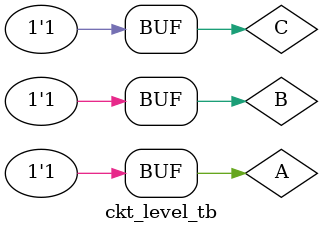
<source format=v>
module ckt_level(A,B,C,S,Cout);
input A,B,C;
output S,Cout;
wire w1,w2,w3;
xor a1(w1,A,B);
xor a2(S,w1,C);
and b1(w2,w1,C);
and b2(w3,A,B);
or c1(Cout,w2,w3);
endmodule
module ckt_level_tb;
reg A,B,C;
wire S,Cout;
ckt_level z(A,B,C,S,Cout);
initial begin
    A=0;B=0;C=0;
    $monitor("Time=%0t, A=%b, B=%b, C=%b, S=%b, Cout=%b",$time, A,B,C,S,Cout);
    #10 A=0;B=0;C=1;
    #10 A=0;B=1;C=0;
    #10 A=0;B=1;C=1;
    #10 A=1;B=0;C=0;
    #10 A=1;B=0;C=1;
    #10 A=1;B=1;C=0;
    #10 A=1;B=1;C=1;
end
endmodule   

</source>
